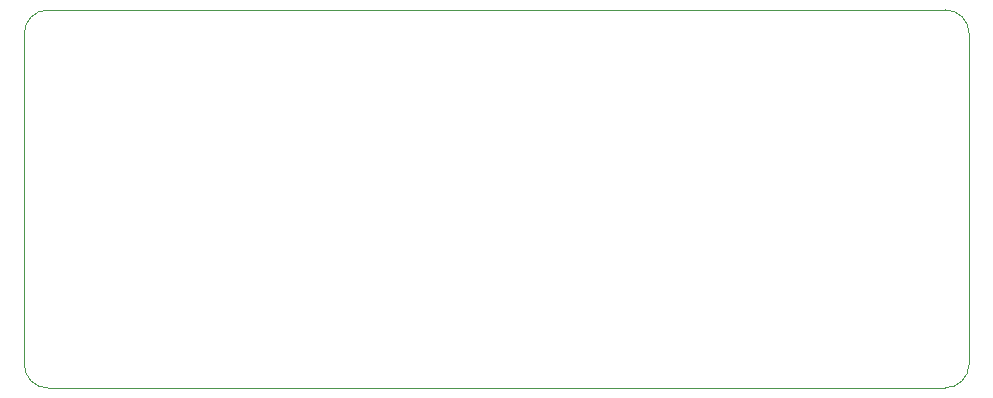
<source format=gm1>
G04 #@! TF.GenerationSoftware,KiCad,Pcbnew,8.0.1*
G04 #@! TF.CreationDate,2024-05-08T20:32:47+02:00*
G04 #@! TF.ProjectId,TGL_Board,54474c5f-426f-4617-9264-2e6b69636164,rev?*
G04 #@! TF.SameCoordinates,Original*
G04 #@! TF.FileFunction,Profile,NP*
%FSLAX46Y46*%
G04 Gerber Fmt 4.6, Leading zero omitted, Abs format (unit mm)*
G04 Created by KiCad (PCBNEW 8.0.1) date 2024-05-08 20:32:47*
%MOMM*%
%LPD*%
G01*
G04 APERTURE LIST*
G04 #@! TA.AperFunction,Profile*
%ADD10C,0.100000*%
G04 #@! TD*
G04 APERTURE END LIST*
D10*
X100542098Y-50291801D02*
G75*
G02*
X98561998Y-48285589I13102J1993201D01*
G01*
X178561999Y-20294600D02*
X178562000Y-48288000D01*
X98562009Y-48285589D02*
X98562011Y-20294567D01*
X98562012Y-20294567D02*
G75*
G02*
X100562000Y-18288012I2003288J3267D01*
G01*
X176506834Y-50287239D02*
X100542098Y-50291801D01*
X176562000Y-18287990D02*
G75*
G02*
X178561999Y-20294600I0J-2000010D01*
G01*
X178562000Y-48288000D02*
G75*
G02*
X176506835Y-50287200I-2027200J28000D01*
G01*
X100562000Y-18288000D02*
X176562000Y-18287990D01*
M02*

</source>
